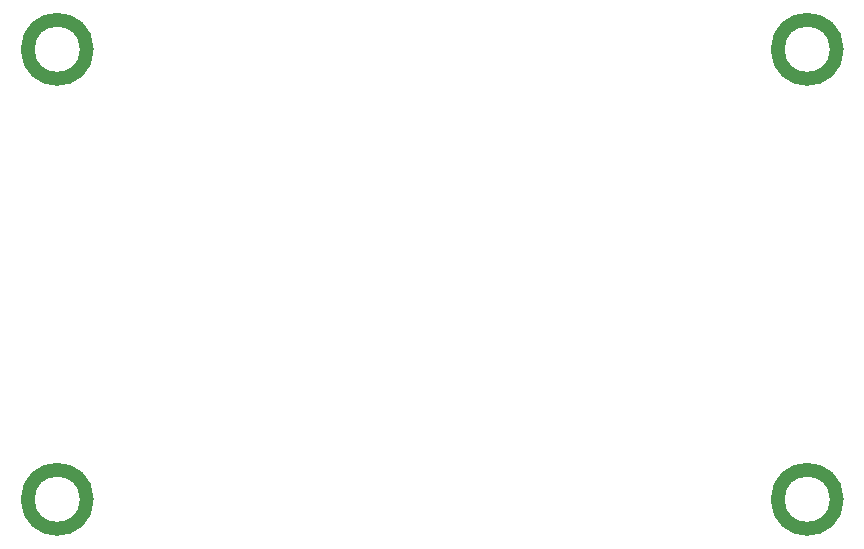
<source format=gko>
G04*
G04 #@! TF.GenerationSoftware,Altium Limited,Altium Designer,19.1.5 (86)*
G04*
G04 Layer_Color=16711935*
%FSLAX25Y25*%
%MOIN*%
G70*
G01*
G75*
%ADD80C,0.04724*%
D80*
X134843Y275000D02*
G03*
X134843Y275000I-9843J0D01*
G01*
X384842D02*
G03*
X384842Y275000I-9843J0D01*
G01*
Y125000D02*
G03*
X384842Y125000I-9843J0D01*
G01*
X134843D02*
G03*
X134843Y125000I-9843J0D01*
G01*
M02*

</source>
